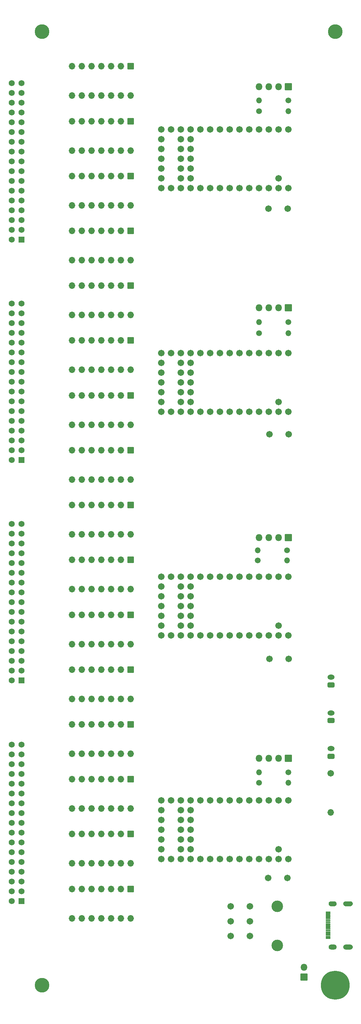
<source format=gbr>
G04 #@! TF.GenerationSoftware,KiCad,Pcbnew,(6.0.4-0)*
G04 #@! TF.CreationDate,2023-02-13T16:27:07-08:00*
G04 #@! TF.ProjectId,widaq-magis-ssr-v2b,77696461-712d-46d6-9167-69732d737372,rev?*
G04 #@! TF.SameCoordinates,Original*
G04 #@! TF.FileFunction,Soldermask,Top*
G04 #@! TF.FilePolarity,Negative*
%FSLAX46Y46*%
G04 Gerber Fmt 4.6, Leading zero omitted, Abs format (unit mm)*
G04 Created by KiCad (PCBNEW (6.0.4-0)) date 2023-02-13 16:27:07*
%MOMM*%
%LPD*%
G01*
G04 APERTURE LIST*
G04 Aperture macros list*
%AMRoundRect*
0 Rectangle with rounded corners*
0 $1 Rounding radius*
0 $2 $3 $4 $5 $6 $7 $8 $9 X,Y pos of 4 corners*
0 Add a 4 corners polygon primitive as box body*
4,1,4,$2,$3,$4,$5,$6,$7,$8,$9,$2,$3,0*
0 Add four circle primitives for the rounded corners*
1,1,$1+$1,$2,$3*
1,1,$1+$1,$4,$5*
1,1,$1+$1,$6,$7*
1,1,$1+$1,$8,$9*
0 Add four rect primitives between the rounded corners*
20,1,$1+$1,$2,$3,$4,$5,0*
20,1,$1+$1,$4,$5,$6,$7,0*
20,1,$1+$1,$6,$7,$8,$9,0*
20,1,$1+$1,$8,$9,$2,$3,0*%
G04 Aperture macros list end*
%ADD10C,0.010000*%
%ADD11RoundRect,0.051000X-0.800000X0.800000X-0.800000X-0.800000X0.800000X-0.800000X0.800000X0.800000X0*%
%ADD12O,1.702000X1.702000*%
%ADD13RoundRect,0.301000X0.625000X-0.350000X0.625000X0.350000X-0.625000X0.350000X-0.625000X-0.350000X0*%
%ADD14O,1.852000X1.302000*%
%ADD15C,3.802000*%
%ADD16RoundRect,0.051000X-0.850000X0.850000X-0.850000X-0.850000X0.850000X-0.850000X0.850000X0.850000X0*%
%ADD17O,1.802000X1.802000*%
%ADD18C,1.502000*%
%ADD19O,1.502000X1.502000*%
%ADD20C,1.702000*%
%ADD21C,3.002000*%
%ADD22RoundRect,0.051000X0.550000X-0.300000X0.550000X0.300000X-0.550000X0.300000X-0.550000X-0.300000X0*%
%ADD23RoundRect,0.051000X0.550000X-0.150000X0.550000X0.150000X-0.550000X0.150000X-0.550000X-0.150000X0*%
%ADD24RoundRect,0.051000X0.850000X0.850000X-0.850000X0.850000X-0.850000X-0.850000X0.850000X-0.850000X0*%
%ADD25RoundRect,0.051000X-0.736600X0.736600X-0.736600X-0.736600X0.736600X-0.736600X0.736600X0.736600X0*%
%ADD26C,1.575200*%
%ADD27C,7.502000*%
%ADD28C,0.902000*%
G04 APERTURE END LIST*
G36*
X342634668Y-327278000D02*
G01*
X342696668Y-327288000D01*
X342756668Y-327304000D01*
X342815668Y-327327000D01*
X342871668Y-327355000D01*
X342924668Y-327390000D01*
X342972668Y-327429000D01*
X343017668Y-327474000D01*
X343056668Y-327522000D01*
X343091668Y-327575000D01*
X343119668Y-327631000D01*
X343142668Y-327690000D01*
X343158668Y-327750000D01*
X343168668Y-327812000D01*
X343171668Y-327875000D01*
X343168668Y-327938000D01*
X343158668Y-328000000D01*
X343142668Y-328060000D01*
X343119668Y-328119000D01*
X343091668Y-328175000D01*
X343056668Y-328228000D01*
X343017668Y-328276000D01*
X342972668Y-328321000D01*
X342924668Y-328360000D01*
X342871668Y-328395000D01*
X342815668Y-328423000D01*
X342756668Y-328446000D01*
X342696668Y-328462000D01*
X342634668Y-328472000D01*
X342571668Y-328475000D01*
X341771668Y-328475000D01*
X341708668Y-328472000D01*
X341646668Y-328462000D01*
X341586668Y-328446000D01*
X341527668Y-328423000D01*
X341471668Y-328395000D01*
X341418668Y-328360000D01*
X341370668Y-328321000D01*
X341325668Y-328276000D01*
X341286668Y-328228000D01*
X341251668Y-328175000D01*
X341223668Y-328119000D01*
X341200668Y-328060000D01*
X341184668Y-328000000D01*
X341174668Y-327938000D01*
X341171668Y-327875000D01*
X341174668Y-327812000D01*
X341184668Y-327750000D01*
X341200668Y-327690000D01*
X341223668Y-327631000D01*
X341251668Y-327575000D01*
X341286668Y-327522000D01*
X341325668Y-327474000D01*
X341370668Y-327429000D01*
X341418668Y-327390000D01*
X341471668Y-327355000D01*
X341527668Y-327327000D01*
X341586668Y-327304000D01*
X341646668Y-327288000D01*
X341708668Y-327278000D01*
X341771668Y-327275000D01*
X342571668Y-327275000D01*
X342634668Y-327278000D01*
G37*
D10*
X342634668Y-327278000D02*
X342696668Y-327288000D01*
X342756668Y-327304000D01*
X342815668Y-327327000D01*
X342871668Y-327355000D01*
X342924668Y-327390000D01*
X342972668Y-327429000D01*
X343017668Y-327474000D01*
X343056668Y-327522000D01*
X343091668Y-327575000D01*
X343119668Y-327631000D01*
X343142668Y-327690000D01*
X343158668Y-327750000D01*
X343168668Y-327812000D01*
X343171668Y-327875000D01*
X343168668Y-327938000D01*
X343158668Y-328000000D01*
X343142668Y-328060000D01*
X343119668Y-328119000D01*
X343091668Y-328175000D01*
X343056668Y-328228000D01*
X343017668Y-328276000D01*
X342972668Y-328321000D01*
X342924668Y-328360000D01*
X342871668Y-328395000D01*
X342815668Y-328423000D01*
X342756668Y-328446000D01*
X342696668Y-328462000D01*
X342634668Y-328472000D01*
X342571668Y-328475000D01*
X341771668Y-328475000D01*
X341708668Y-328472000D01*
X341646668Y-328462000D01*
X341586668Y-328446000D01*
X341527668Y-328423000D01*
X341471668Y-328395000D01*
X341418668Y-328360000D01*
X341370668Y-328321000D01*
X341325668Y-328276000D01*
X341286668Y-328228000D01*
X341251668Y-328175000D01*
X341223668Y-328119000D01*
X341200668Y-328060000D01*
X341184668Y-328000000D01*
X341174668Y-327938000D01*
X341171668Y-327875000D01*
X341174668Y-327812000D01*
X341184668Y-327750000D01*
X341200668Y-327690000D01*
X341223668Y-327631000D01*
X341251668Y-327575000D01*
X341286668Y-327522000D01*
X341325668Y-327474000D01*
X341370668Y-327429000D01*
X341418668Y-327390000D01*
X341471668Y-327355000D01*
X341527668Y-327327000D01*
X341586668Y-327304000D01*
X341646668Y-327288000D01*
X341708668Y-327278000D01*
X341771668Y-327275000D01*
X342571668Y-327275000D01*
X342634668Y-327278000D01*
G36*
X346834668Y-316038000D02*
G01*
X346896668Y-316048000D01*
X346956668Y-316064000D01*
X347015668Y-316087000D01*
X347071668Y-316115000D01*
X347124668Y-316150000D01*
X347172668Y-316189000D01*
X347217668Y-316234000D01*
X347256668Y-316282000D01*
X347291668Y-316335000D01*
X347319668Y-316391000D01*
X347342668Y-316450000D01*
X347358668Y-316510000D01*
X347368668Y-316572000D01*
X347371668Y-316635000D01*
X347368668Y-316698000D01*
X347358668Y-316760000D01*
X347342668Y-316820000D01*
X347319668Y-316879000D01*
X347291668Y-316935000D01*
X347256668Y-316988000D01*
X347217668Y-317036000D01*
X347172668Y-317081000D01*
X347124668Y-317120000D01*
X347071668Y-317155000D01*
X347015668Y-317183000D01*
X346956668Y-317206000D01*
X346896668Y-317222000D01*
X346834668Y-317232000D01*
X346771668Y-317235000D01*
X345571668Y-317235000D01*
X345508668Y-317232000D01*
X345446668Y-317222000D01*
X345386668Y-317206000D01*
X345327668Y-317183000D01*
X345271668Y-317155000D01*
X345218668Y-317120000D01*
X345170668Y-317081000D01*
X345125668Y-317036000D01*
X345086668Y-316988000D01*
X345051668Y-316935000D01*
X345023668Y-316879000D01*
X345000668Y-316820000D01*
X344984668Y-316760000D01*
X344974668Y-316698000D01*
X344971668Y-316635000D01*
X344974668Y-316572000D01*
X344984668Y-316510000D01*
X345000668Y-316450000D01*
X345023668Y-316391000D01*
X345051668Y-316335000D01*
X345086668Y-316282000D01*
X345125668Y-316234000D01*
X345170668Y-316189000D01*
X345218668Y-316150000D01*
X345271668Y-316115000D01*
X345327668Y-316087000D01*
X345386668Y-316064000D01*
X345446668Y-316048000D01*
X345508668Y-316038000D01*
X345571668Y-316035000D01*
X346771668Y-316035000D01*
X346834668Y-316038000D01*
G37*
X346834668Y-316038000D02*
X346896668Y-316048000D01*
X346956668Y-316064000D01*
X347015668Y-316087000D01*
X347071668Y-316115000D01*
X347124668Y-316150000D01*
X347172668Y-316189000D01*
X347217668Y-316234000D01*
X347256668Y-316282000D01*
X347291668Y-316335000D01*
X347319668Y-316391000D01*
X347342668Y-316450000D01*
X347358668Y-316510000D01*
X347368668Y-316572000D01*
X347371668Y-316635000D01*
X347368668Y-316698000D01*
X347358668Y-316760000D01*
X347342668Y-316820000D01*
X347319668Y-316879000D01*
X347291668Y-316935000D01*
X347256668Y-316988000D01*
X347217668Y-317036000D01*
X347172668Y-317081000D01*
X347124668Y-317120000D01*
X347071668Y-317155000D01*
X347015668Y-317183000D01*
X346956668Y-317206000D01*
X346896668Y-317222000D01*
X346834668Y-317232000D01*
X346771668Y-317235000D01*
X345571668Y-317235000D01*
X345508668Y-317232000D01*
X345446668Y-317222000D01*
X345386668Y-317206000D01*
X345327668Y-317183000D01*
X345271668Y-317155000D01*
X345218668Y-317120000D01*
X345170668Y-317081000D01*
X345125668Y-317036000D01*
X345086668Y-316988000D01*
X345051668Y-316935000D01*
X345023668Y-316879000D01*
X345000668Y-316820000D01*
X344984668Y-316760000D01*
X344974668Y-316698000D01*
X344971668Y-316635000D01*
X344974668Y-316572000D01*
X344984668Y-316510000D01*
X345000668Y-316450000D01*
X345023668Y-316391000D01*
X345051668Y-316335000D01*
X345086668Y-316282000D01*
X345125668Y-316234000D01*
X345170668Y-316189000D01*
X345218668Y-316150000D01*
X345271668Y-316115000D01*
X345327668Y-316087000D01*
X345386668Y-316064000D01*
X345446668Y-316048000D01*
X345508668Y-316038000D01*
X345571668Y-316035000D01*
X346771668Y-316035000D01*
X346834668Y-316038000D01*
G36*
X342634668Y-316038000D02*
G01*
X342696668Y-316048000D01*
X342756668Y-316064000D01*
X342815668Y-316087000D01*
X342871668Y-316115000D01*
X342924668Y-316150000D01*
X342972668Y-316189000D01*
X343017668Y-316234000D01*
X343056668Y-316282000D01*
X343091668Y-316335000D01*
X343119668Y-316391000D01*
X343142668Y-316450000D01*
X343158668Y-316510000D01*
X343168668Y-316572000D01*
X343171668Y-316635000D01*
X343168668Y-316698000D01*
X343158668Y-316760000D01*
X343142668Y-316820000D01*
X343119668Y-316879000D01*
X343091668Y-316935000D01*
X343056668Y-316988000D01*
X343017668Y-317036000D01*
X342972668Y-317081000D01*
X342924668Y-317120000D01*
X342871668Y-317155000D01*
X342815668Y-317183000D01*
X342756668Y-317206000D01*
X342696668Y-317222000D01*
X342634668Y-317232000D01*
X342571668Y-317235000D01*
X341771668Y-317235000D01*
X341708668Y-317232000D01*
X341646668Y-317222000D01*
X341586668Y-317206000D01*
X341527668Y-317183000D01*
X341471668Y-317155000D01*
X341418668Y-317120000D01*
X341370668Y-317081000D01*
X341325668Y-317036000D01*
X341286668Y-316988000D01*
X341251668Y-316935000D01*
X341223668Y-316879000D01*
X341200668Y-316820000D01*
X341184668Y-316760000D01*
X341174668Y-316698000D01*
X341171668Y-316635000D01*
X341174668Y-316572000D01*
X341184668Y-316510000D01*
X341200668Y-316450000D01*
X341223668Y-316391000D01*
X341251668Y-316335000D01*
X341286668Y-316282000D01*
X341325668Y-316234000D01*
X341370668Y-316189000D01*
X341418668Y-316150000D01*
X341471668Y-316115000D01*
X341527668Y-316087000D01*
X341586668Y-316064000D01*
X341646668Y-316048000D01*
X341708668Y-316038000D01*
X341771668Y-316035000D01*
X342571668Y-316035000D01*
X342634668Y-316038000D01*
G37*
X342634668Y-316038000D02*
X342696668Y-316048000D01*
X342756668Y-316064000D01*
X342815668Y-316087000D01*
X342871668Y-316115000D01*
X342924668Y-316150000D01*
X342972668Y-316189000D01*
X343017668Y-316234000D01*
X343056668Y-316282000D01*
X343091668Y-316335000D01*
X343119668Y-316391000D01*
X343142668Y-316450000D01*
X343158668Y-316510000D01*
X343168668Y-316572000D01*
X343171668Y-316635000D01*
X343168668Y-316698000D01*
X343158668Y-316760000D01*
X343142668Y-316820000D01*
X343119668Y-316879000D01*
X343091668Y-316935000D01*
X343056668Y-316988000D01*
X343017668Y-317036000D01*
X342972668Y-317081000D01*
X342924668Y-317120000D01*
X342871668Y-317155000D01*
X342815668Y-317183000D01*
X342756668Y-317206000D01*
X342696668Y-317222000D01*
X342634668Y-317232000D01*
X342571668Y-317235000D01*
X341771668Y-317235000D01*
X341708668Y-317232000D01*
X341646668Y-317222000D01*
X341586668Y-317206000D01*
X341527668Y-317183000D01*
X341471668Y-317155000D01*
X341418668Y-317120000D01*
X341370668Y-317081000D01*
X341325668Y-317036000D01*
X341286668Y-316988000D01*
X341251668Y-316935000D01*
X341223668Y-316879000D01*
X341200668Y-316820000D01*
X341184668Y-316760000D01*
X341174668Y-316698000D01*
X341171668Y-316635000D01*
X341174668Y-316572000D01*
X341184668Y-316510000D01*
X341200668Y-316450000D01*
X341223668Y-316391000D01*
X341251668Y-316335000D01*
X341286668Y-316282000D01*
X341325668Y-316234000D01*
X341370668Y-316189000D01*
X341418668Y-316150000D01*
X341471668Y-316115000D01*
X341527668Y-316087000D01*
X341586668Y-316064000D01*
X341646668Y-316048000D01*
X341708668Y-316038000D01*
X341771668Y-316035000D01*
X342571668Y-316035000D01*
X342634668Y-316038000D01*
G36*
X346834668Y-327278000D02*
G01*
X346896668Y-327288000D01*
X346956668Y-327304000D01*
X347015668Y-327327000D01*
X347071668Y-327355000D01*
X347124668Y-327390000D01*
X347172668Y-327429000D01*
X347217668Y-327474000D01*
X347256668Y-327522000D01*
X347291668Y-327575000D01*
X347319668Y-327631000D01*
X347342668Y-327690000D01*
X347358668Y-327750000D01*
X347368668Y-327812000D01*
X347371668Y-327875000D01*
X347368668Y-327938000D01*
X347358668Y-328000000D01*
X347342668Y-328060000D01*
X347319668Y-328119000D01*
X347291668Y-328175000D01*
X347256668Y-328228000D01*
X347217668Y-328276000D01*
X347172668Y-328321000D01*
X347124668Y-328360000D01*
X347071668Y-328395000D01*
X347015668Y-328423000D01*
X346956668Y-328446000D01*
X346896668Y-328462000D01*
X346834668Y-328472000D01*
X346771668Y-328475000D01*
X345571668Y-328475000D01*
X345508668Y-328472000D01*
X345446668Y-328462000D01*
X345386668Y-328446000D01*
X345327668Y-328423000D01*
X345271668Y-328395000D01*
X345218668Y-328360000D01*
X345170668Y-328321000D01*
X345125668Y-328276000D01*
X345086668Y-328228000D01*
X345051668Y-328175000D01*
X345023668Y-328119000D01*
X345000668Y-328060000D01*
X344984668Y-328000000D01*
X344974668Y-327938000D01*
X344971668Y-327875000D01*
X344974668Y-327812000D01*
X344984668Y-327750000D01*
X345000668Y-327690000D01*
X345023668Y-327631000D01*
X345051668Y-327575000D01*
X345086668Y-327522000D01*
X345125668Y-327474000D01*
X345170668Y-327429000D01*
X345218668Y-327390000D01*
X345271668Y-327355000D01*
X345327668Y-327327000D01*
X345386668Y-327304000D01*
X345446668Y-327288000D01*
X345508668Y-327278000D01*
X345571668Y-327275000D01*
X346771668Y-327275000D01*
X346834668Y-327278000D01*
G37*
X346834668Y-327278000D02*
X346896668Y-327288000D01*
X346956668Y-327304000D01*
X347015668Y-327327000D01*
X347071668Y-327355000D01*
X347124668Y-327390000D01*
X347172668Y-327429000D01*
X347217668Y-327474000D01*
X347256668Y-327522000D01*
X347291668Y-327575000D01*
X347319668Y-327631000D01*
X347342668Y-327690000D01*
X347358668Y-327750000D01*
X347368668Y-327812000D01*
X347371668Y-327875000D01*
X347368668Y-327938000D01*
X347358668Y-328000000D01*
X347342668Y-328060000D01*
X347319668Y-328119000D01*
X347291668Y-328175000D01*
X347256668Y-328228000D01*
X347217668Y-328276000D01*
X347172668Y-328321000D01*
X347124668Y-328360000D01*
X347071668Y-328395000D01*
X347015668Y-328423000D01*
X346956668Y-328446000D01*
X346896668Y-328462000D01*
X346834668Y-328472000D01*
X346771668Y-328475000D01*
X345571668Y-328475000D01*
X345508668Y-328472000D01*
X345446668Y-328462000D01*
X345386668Y-328446000D01*
X345327668Y-328423000D01*
X345271668Y-328395000D01*
X345218668Y-328360000D01*
X345170668Y-328321000D01*
X345125668Y-328276000D01*
X345086668Y-328228000D01*
X345051668Y-328175000D01*
X345023668Y-328119000D01*
X345000668Y-328060000D01*
X344984668Y-328000000D01*
X344974668Y-327938000D01*
X344971668Y-327875000D01*
X344974668Y-327812000D01*
X344984668Y-327750000D01*
X345000668Y-327690000D01*
X345023668Y-327631000D01*
X345051668Y-327575000D01*
X345086668Y-327522000D01*
X345125668Y-327474000D01*
X345170668Y-327429000D01*
X345218668Y-327390000D01*
X345271668Y-327355000D01*
X345327668Y-327327000D01*
X345386668Y-327304000D01*
X345446668Y-327288000D01*
X345508668Y-327278000D01*
X345571668Y-327275000D01*
X346771668Y-327275000D01*
X346834668Y-327278000D01*
G36*
X342634668Y-327278000D02*
G01*
X342696668Y-327288000D01*
X342756668Y-327304000D01*
X342815668Y-327327000D01*
X342871668Y-327355000D01*
X342924668Y-327390000D01*
X342972668Y-327429000D01*
X343017668Y-327474000D01*
X343056668Y-327522000D01*
X343091668Y-327575000D01*
X343119668Y-327631000D01*
X343142668Y-327690000D01*
X343158668Y-327750000D01*
X343168668Y-327812000D01*
X343171668Y-327875000D01*
X343168668Y-327938000D01*
X343158668Y-328000000D01*
X343142668Y-328060000D01*
X343119668Y-328119000D01*
X343091668Y-328175000D01*
X343056668Y-328228000D01*
X343017668Y-328276000D01*
X342972668Y-328321000D01*
X342924668Y-328360000D01*
X342871668Y-328395000D01*
X342815668Y-328423000D01*
X342756668Y-328446000D01*
X342696668Y-328462000D01*
X342634668Y-328472000D01*
X342571668Y-328475000D01*
X341771668Y-328475000D01*
X341708668Y-328472000D01*
X341646668Y-328462000D01*
X341586668Y-328446000D01*
X341527668Y-328423000D01*
X341471668Y-328395000D01*
X341418668Y-328360000D01*
X341370668Y-328321000D01*
X341325668Y-328276000D01*
X341286668Y-328228000D01*
X341251668Y-328175000D01*
X341223668Y-328119000D01*
X341200668Y-328060000D01*
X341184668Y-328000000D01*
X341174668Y-327938000D01*
X341171668Y-327875000D01*
X341174668Y-327812000D01*
X341184668Y-327750000D01*
X341200668Y-327690000D01*
X341223668Y-327631000D01*
X341251668Y-327575000D01*
X341286668Y-327522000D01*
X341325668Y-327474000D01*
X341370668Y-327429000D01*
X341418668Y-327390000D01*
X341471668Y-327355000D01*
X341527668Y-327327000D01*
X341586668Y-327304000D01*
X341646668Y-327288000D01*
X341708668Y-327278000D01*
X341771668Y-327275000D01*
X342571668Y-327275000D01*
X342634668Y-327278000D01*
G37*
X342634668Y-327278000D02*
X342696668Y-327288000D01*
X342756668Y-327304000D01*
X342815668Y-327327000D01*
X342871668Y-327355000D01*
X342924668Y-327390000D01*
X342972668Y-327429000D01*
X343017668Y-327474000D01*
X343056668Y-327522000D01*
X343091668Y-327575000D01*
X343119668Y-327631000D01*
X343142668Y-327690000D01*
X343158668Y-327750000D01*
X343168668Y-327812000D01*
X343171668Y-327875000D01*
X343168668Y-327938000D01*
X343158668Y-328000000D01*
X343142668Y-328060000D01*
X343119668Y-328119000D01*
X343091668Y-328175000D01*
X343056668Y-328228000D01*
X343017668Y-328276000D01*
X342972668Y-328321000D01*
X342924668Y-328360000D01*
X342871668Y-328395000D01*
X342815668Y-328423000D01*
X342756668Y-328446000D01*
X342696668Y-328462000D01*
X342634668Y-328472000D01*
X342571668Y-328475000D01*
X341771668Y-328475000D01*
X341708668Y-328472000D01*
X341646668Y-328462000D01*
X341586668Y-328446000D01*
X341527668Y-328423000D01*
X341471668Y-328395000D01*
X341418668Y-328360000D01*
X341370668Y-328321000D01*
X341325668Y-328276000D01*
X341286668Y-328228000D01*
X341251668Y-328175000D01*
X341223668Y-328119000D01*
X341200668Y-328060000D01*
X341184668Y-328000000D01*
X341174668Y-327938000D01*
X341171668Y-327875000D01*
X341174668Y-327812000D01*
X341184668Y-327750000D01*
X341200668Y-327690000D01*
X341223668Y-327631000D01*
X341251668Y-327575000D01*
X341286668Y-327522000D01*
X341325668Y-327474000D01*
X341370668Y-327429000D01*
X341418668Y-327390000D01*
X341471668Y-327355000D01*
X341527668Y-327327000D01*
X341586668Y-327304000D01*
X341646668Y-327288000D01*
X341708668Y-327278000D01*
X341771668Y-327275000D01*
X342571668Y-327275000D01*
X342634668Y-327278000D01*
G36*
X346834668Y-316038000D02*
G01*
X346896668Y-316048000D01*
X346956668Y-316064000D01*
X347015668Y-316087000D01*
X347071668Y-316115000D01*
X347124668Y-316150000D01*
X347172668Y-316189000D01*
X347217668Y-316234000D01*
X347256668Y-316282000D01*
X347291668Y-316335000D01*
X347319668Y-316391000D01*
X347342668Y-316450000D01*
X347358668Y-316510000D01*
X347368668Y-316572000D01*
X347371668Y-316635000D01*
X347368668Y-316698000D01*
X347358668Y-316760000D01*
X347342668Y-316820000D01*
X347319668Y-316879000D01*
X347291668Y-316935000D01*
X347256668Y-316988000D01*
X347217668Y-317036000D01*
X347172668Y-317081000D01*
X347124668Y-317120000D01*
X347071668Y-317155000D01*
X347015668Y-317183000D01*
X346956668Y-317206000D01*
X346896668Y-317222000D01*
X346834668Y-317232000D01*
X346771668Y-317235000D01*
X345571668Y-317235000D01*
X345508668Y-317232000D01*
X345446668Y-317222000D01*
X345386668Y-317206000D01*
X345327668Y-317183000D01*
X345271668Y-317155000D01*
X345218668Y-317120000D01*
X345170668Y-317081000D01*
X345125668Y-317036000D01*
X345086668Y-316988000D01*
X345051668Y-316935000D01*
X345023668Y-316879000D01*
X345000668Y-316820000D01*
X344984668Y-316760000D01*
X344974668Y-316698000D01*
X344971668Y-316635000D01*
X344974668Y-316572000D01*
X344984668Y-316510000D01*
X345000668Y-316450000D01*
X345023668Y-316391000D01*
X345051668Y-316335000D01*
X345086668Y-316282000D01*
X345125668Y-316234000D01*
X345170668Y-316189000D01*
X345218668Y-316150000D01*
X345271668Y-316115000D01*
X345327668Y-316087000D01*
X345386668Y-316064000D01*
X345446668Y-316048000D01*
X345508668Y-316038000D01*
X345571668Y-316035000D01*
X346771668Y-316035000D01*
X346834668Y-316038000D01*
G37*
X346834668Y-316038000D02*
X346896668Y-316048000D01*
X346956668Y-316064000D01*
X347015668Y-316087000D01*
X347071668Y-316115000D01*
X347124668Y-316150000D01*
X347172668Y-316189000D01*
X347217668Y-316234000D01*
X347256668Y-316282000D01*
X347291668Y-316335000D01*
X347319668Y-316391000D01*
X347342668Y-316450000D01*
X347358668Y-316510000D01*
X347368668Y-316572000D01*
X347371668Y-316635000D01*
X347368668Y-316698000D01*
X347358668Y-316760000D01*
X347342668Y-316820000D01*
X347319668Y-316879000D01*
X347291668Y-316935000D01*
X347256668Y-316988000D01*
X347217668Y-317036000D01*
X347172668Y-317081000D01*
X347124668Y-317120000D01*
X347071668Y-317155000D01*
X347015668Y-317183000D01*
X346956668Y-317206000D01*
X346896668Y-317222000D01*
X346834668Y-317232000D01*
X346771668Y-317235000D01*
X345571668Y-317235000D01*
X345508668Y-317232000D01*
X345446668Y-317222000D01*
X345386668Y-317206000D01*
X345327668Y-317183000D01*
X345271668Y-317155000D01*
X345218668Y-317120000D01*
X345170668Y-317081000D01*
X345125668Y-317036000D01*
X345086668Y-316988000D01*
X345051668Y-316935000D01*
X345023668Y-316879000D01*
X345000668Y-316820000D01*
X344984668Y-316760000D01*
X344974668Y-316698000D01*
X344971668Y-316635000D01*
X344974668Y-316572000D01*
X344984668Y-316510000D01*
X345000668Y-316450000D01*
X345023668Y-316391000D01*
X345051668Y-316335000D01*
X345086668Y-316282000D01*
X345125668Y-316234000D01*
X345170668Y-316189000D01*
X345218668Y-316150000D01*
X345271668Y-316115000D01*
X345327668Y-316087000D01*
X345386668Y-316064000D01*
X345446668Y-316048000D01*
X345508668Y-316038000D01*
X345571668Y-316035000D01*
X346771668Y-316035000D01*
X346834668Y-316038000D01*
G36*
X342634668Y-316038000D02*
G01*
X342696668Y-316048000D01*
X342756668Y-316064000D01*
X342815668Y-316087000D01*
X342871668Y-316115000D01*
X342924668Y-316150000D01*
X342972668Y-316189000D01*
X343017668Y-316234000D01*
X343056668Y-316282000D01*
X343091668Y-316335000D01*
X343119668Y-316391000D01*
X343142668Y-316450000D01*
X343158668Y-316510000D01*
X343168668Y-316572000D01*
X343171668Y-316635000D01*
X343168668Y-316698000D01*
X343158668Y-316760000D01*
X343142668Y-316820000D01*
X343119668Y-316879000D01*
X343091668Y-316935000D01*
X343056668Y-316988000D01*
X343017668Y-317036000D01*
X342972668Y-317081000D01*
X342924668Y-317120000D01*
X342871668Y-317155000D01*
X342815668Y-317183000D01*
X342756668Y-317206000D01*
X342696668Y-317222000D01*
X342634668Y-317232000D01*
X342571668Y-317235000D01*
X341771668Y-317235000D01*
X341708668Y-317232000D01*
X341646668Y-317222000D01*
X341586668Y-317206000D01*
X341527668Y-317183000D01*
X341471668Y-317155000D01*
X341418668Y-317120000D01*
X341370668Y-317081000D01*
X341325668Y-317036000D01*
X341286668Y-316988000D01*
X341251668Y-316935000D01*
X341223668Y-316879000D01*
X341200668Y-316820000D01*
X341184668Y-316760000D01*
X341174668Y-316698000D01*
X341171668Y-316635000D01*
X341174668Y-316572000D01*
X341184668Y-316510000D01*
X341200668Y-316450000D01*
X341223668Y-316391000D01*
X341251668Y-316335000D01*
X341286668Y-316282000D01*
X341325668Y-316234000D01*
X341370668Y-316189000D01*
X341418668Y-316150000D01*
X341471668Y-316115000D01*
X341527668Y-316087000D01*
X341586668Y-316064000D01*
X341646668Y-316048000D01*
X341708668Y-316038000D01*
X341771668Y-316035000D01*
X342571668Y-316035000D01*
X342634668Y-316038000D01*
G37*
X342634668Y-316038000D02*
X342696668Y-316048000D01*
X342756668Y-316064000D01*
X342815668Y-316087000D01*
X342871668Y-316115000D01*
X342924668Y-316150000D01*
X342972668Y-316189000D01*
X343017668Y-316234000D01*
X343056668Y-316282000D01*
X343091668Y-316335000D01*
X343119668Y-316391000D01*
X343142668Y-316450000D01*
X343158668Y-316510000D01*
X343168668Y-316572000D01*
X343171668Y-316635000D01*
X343168668Y-316698000D01*
X343158668Y-316760000D01*
X343142668Y-316820000D01*
X343119668Y-316879000D01*
X343091668Y-316935000D01*
X343056668Y-316988000D01*
X343017668Y-317036000D01*
X342972668Y-317081000D01*
X342924668Y-317120000D01*
X342871668Y-317155000D01*
X342815668Y-317183000D01*
X342756668Y-317206000D01*
X342696668Y-317222000D01*
X342634668Y-317232000D01*
X342571668Y-317235000D01*
X341771668Y-317235000D01*
X341708668Y-317232000D01*
X341646668Y-317222000D01*
X341586668Y-317206000D01*
X341527668Y-317183000D01*
X341471668Y-317155000D01*
X341418668Y-317120000D01*
X341370668Y-317081000D01*
X341325668Y-317036000D01*
X341286668Y-316988000D01*
X341251668Y-316935000D01*
X341223668Y-316879000D01*
X341200668Y-316820000D01*
X341184668Y-316760000D01*
X341174668Y-316698000D01*
X341171668Y-316635000D01*
X341174668Y-316572000D01*
X341184668Y-316510000D01*
X341200668Y-316450000D01*
X341223668Y-316391000D01*
X341251668Y-316335000D01*
X341286668Y-316282000D01*
X341325668Y-316234000D01*
X341370668Y-316189000D01*
X341418668Y-316150000D01*
X341471668Y-316115000D01*
X341527668Y-316087000D01*
X341586668Y-316064000D01*
X341646668Y-316048000D01*
X341708668Y-316038000D01*
X341771668Y-316035000D01*
X342571668Y-316035000D01*
X342634668Y-316038000D01*
G36*
X346834668Y-327278000D02*
G01*
X346896668Y-327288000D01*
X346956668Y-327304000D01*
X347015668Y-327327000D01*
X347071668Y-327355000D01*
X347124668Y-327390000D01*
X347172668Y-327429000D01*
X347217668Y-327474000D01*
X347256668Y-327522000D01*
X347291668Y-327575000D01*
X347319668Y-327631000D01*
X347342668Y-327690000D01*
X347358668Y-327750000D01*
X347368668Y-327812000D01*
X347371668Y-327875000D01*
X347368668Y-327938000D01*
X347358668Y-328000000D01*
X347342668Y-328060000D01*
X347319668Y-328119000D01*
X347291668Y-328175000D01*
X347256668Y-328228000D01*
X347217668Y-328276000D01*
X347172668Y-328321000D01*
X347124668Y-328360000D01*
X347071668Y-328395000D01*
X347015668Y-328423000D01*
X346956668Y-328446000D01*
X346896668Y-328462000D01*
X346834668Y-328472000D01*
X346771668Y-328475000D01*
X345571668Y-328475000D01*
X345508668Y-328472000D01*
X345446668Y-328462000D01*
X345386668Y-328446000D01*
X345327668Y-328423000D01*
X345271668Y-328395000D01*
X345218668Y-328360000D01*
X345170668Y-328321000D01*
X345125668Y-328276000D01*
X345086668Y-328228000D01*
X345051668Y-328175000D01*
X345023668Y-328119000D01*
X345000668Y-328060000D01*
X344984668Y-328000000D01*
X344974668Y-327938000D01*
X344971668Y-327875000D01*
X344974668Y-327812000D01*
X344984668Y-327750000D01*
X345000668Y-327690000D01*
X345023668Y-327631000D01*
X345051668Y-327575000D01*
X345086668Y-327522000D01*
X345125668Y-327474000D01*
X345170668Y-327429000D01*
X345218668Y-327390000D01*
X345271668Y-327355000D01*
X345327668Y-327327000D01*
X345386668Y-327304000D01*
X345446668Y-327288000D01*
X345508668Y-327278000D01*
X345571668Y-327275000D01*
X346771668Y-327275000D01*
X346834668Y-327278000D01*
G37*
X346834668Y-327278000D02*
X346896668Y-327288000D01*
X346956668Y-327304000D01*
X347015668Y-327327000D01*
X347071668Y-327355000D01*
X347124668Y-327390000D01*
X347172668Y-327429000D01*
X347217668Y-327474000D01*
X347256668Y-327522000D01*
X347291668Y-327575000D01*
X347319668Y-327631000D01*
X347342668Y-327690000D01*
X347358668Y-327750000D01*
X347368668Y-327812000D01*
X347371668Y-327875000D01*
X347368668Y-327938000D01*
X347358668Y-328000000D01*
X347342668Y-328060000D01*
X347319668Y-328119000D01*
X347291668Y-328175000D01*
X347256668Y-328228000D01*
X347217668Y-328276000D01*
X347172668Y-328321000D01*
X347124668Y-328360000D01*
X347071668Y-328395000D01*
X347015668Y-328423000D01*
X346956668Y-328446000D01*
X346896668Y-328462000D01*
X346834668Y-328472000D01*
X346771668Y-328475000D01*
X345571668Y-328475000D01*
X345508668Y-328472000D01*
X345446668Y-328462000D01*
X345386668Y-328446000D01*
X345327668Y-328423000D01*
X345271668Y-328395000D01*
X345218668Y-328360000D01*
X345170668Y-328321000D01*
X345125668Y-328276000D01*
X345086668Y-328228000D01*
X345051668Y-328175000D01*
X345023668Y-328119000D01*
X345000668Y-328060000D01*
X344984668Y-328000000D01*
X344974668Y-327938000D01*
X344971668Y-327875000D01*
X344974668Y-327812000D01*
X344984668Y-327750000D01*
X345000668Y-327690000D01*
X345023668Y-327631000D01*
X345051668Y-327575000D01*
X345086668Y-327522000D01*
X345125668Y-327474000D01*
X345170668Y-327429000D01*
X345218668Y-327390000D01*
X345271668Y-327355000D01*
X345327668Y-327327000D01*
X345386668Y-327304000D01*
X345446668Y-327288000D01*
X345508668Y-327278000D01*
X345571668Y-327275000D01*
X346771668Y-327275000D01*
X346834668Y-327278000D01*
D11*
X289725000Y-241608332D03*
D12*
X287185000Y-241608332D03*
X284645000Y-241608332D03*
X282105000Y-241608332D03*
X279565000Y-241608332D03*
X277025000Y-241608332D03*
X274485000Y-241608332D03*
X274485000Y-249228332D03*
X277025000Y-249228332D03*
X279565000Y-249228332D03*
X282105000Y-249228332D03*
X284645000Y-249228332D03*
X287185000Y-249228332D03*
X289725000Y-249228332D03*
D11*
X289725000Y-113433338D03*
D12*
X287185000Y-113433338D03*
X284645000Y-113433338D03*
X282105000Y-113433338D03*
X279565000Y-113433338D03*
X277025000Y-113433338D03*
X274485000Y-113433338D03*
X274485000Y-121053338D03*
X277025000Y-121053338D03*
X279565000Y-121053338D03*
X282105000Y-121053338D03*
X284645000Y-121053338D03*
X287185000Y-121053338D03*
X289725000Y-121053338D03*
D11*
X289725000Y-99191672D03*
D12*
X287185000Y-99191672D03*
X284645000Y-99191672D03*
X282105000Y-99191672D03*
X279565000Y-99191672D03*
X277025000Y-99191672D03*
X274485000Y-99191672D03*
X274485000Y-106811672D03*
X277025000Y-106811672D03*
X279565000Y-106811672D03*
X282105000Y-106811672D03*
X284645000Y-106811672D03*
X287185000Y-106811672D03*
X289725000Y-106811672D03*
D11*
X289725000Y-298574996D03*
D12*
X287185000Y-298574996D03*
X284645000Y-298574996D03*
X282105000Y-298574996D03*
X279565000Y-298574996D03*
X277025000Y-298574996D03*
X274485000Y-298574996D03*
X274485000Y-306194996D03*
X277025000Y-306194996D03*
X279565000Y-306194996D03*
X282105000Y-306194996D03*
X284645000Y-306194996D03*
X287185000Y-306194996D03*
X289725000Y-306194996D03*
D11*
X289725000Y-312816672D03*
D12*
X287185000Y-312816672D03*
X284645000Y-312816672D03*
X282105000Y-312816672D03*
X279565000Y-312816672D03*
X277025000Y-312816672D03*
X274485000Y-312816672D03*
X274485000Y-320436672D03*
X277025000Y-320436672D03*
X279565000Y-320436672D03*
X282105000Y-320436672D03*
X284645000Y-320436672D03*
X287185000Y-320436672D03*
X289725000Y-320436672D03*
D13*
X341771668Y-269100000D03*
D14*
X341771668Y-267100000D03*
D15*
X266700000Y-337820000D03*
D16*
X330686668Y-221575000D03*
D17*
X328146668Y-221575000D03*
X325606668Y-221575000D03*
X323066668Y-221575000D03*
D18*
X322776668Y-227525000D03*
D19*
X330396668Y-227525000D03*
D20*
X315686668Y-317370000D03*
X320686668Y-317370000D03*
X315686668Y-325070000D03*
X320686668Y-325070000D03*
D11*
X289725000Y-270091664D03*
D12*
X287185000Y-270091664D03*
X284645000Y-270091664D03*
X282105000Y-270091664D03*
X279565000Y-270091664D03*
X277025000Y-270091664D03*
X274485000Y-270091664D03*
X274485000Y-277711664D03*
X277025000Y-277711664D03*
X279565000Y-277711664D03*
X282105000Y-277711664D03*
X284645000Y-277711664D03*
X287185000Y-277711664D03*
X289725000Y-277711664D03*
D18*
X330736668Y-165575000D03*
D19*
X323116668Y-165575000D03*
D20*
X315686668Y-321220000D03*
X320686668Y-321220000D03*
D11*
X289725000Y-127675004D03*
D12*
X287185000Y-127675004D03*
X284645000Y-127675004D03*
X282105000Y-127675004D03*
X279565000Y-127675004D03*
X277025000Y-127675004D03*
X274485000Y-127675004D03*
X274485000Y-135295004D03*
X277025000Y-135295004D03*
X279565000Y-135295004D03*
X282105000Y-135295004D03*
X284645000Y-135295004D03*
X287185000Y-135295004D03*
X289725000Y-135295004D03*
D16*
X330711668Y-278900000D03*
D17*
X328171668Y-278900000D03*
X325631668Y-278900000D03*
X323091668Y-278900000D03*
D21*
X327875000Y-327530000D03*
X327875000Y-317370000D03*
D18*
X323126668Y-168475000D03*
D19*
X330746668Y-168475000D03*
D11*
X289725000Y-184641668D03*
D12*
X287185000Y-184641668D03*
X284645000Y-184641668D03*
X282105000Y-184641668D03*
X279565000Y-184641668D03*
X277025000Y-184641668D03*
X274485000Y-184641668D03*
X274485000Y-192261668D03*
X277025000Y-192261668D03*
X279565000Y-192261668D03*
X282105000Y-192261668D03*
X284645000Y-192261668D03*
X287185000Y-192261668D03*
X289725000Y-192261668D03*
D20*
X325811668Y-253050000D03*
X330811668Y-253050000D03*
X330711668Y-115555000D03*
X328171668Y-115555000D03*
X325631668Y-115555000D03*
X323091668Y-115555000D03*
X320551668Y-115555000D03*
X318011668Y-115555000D03*
X315471668Y-115555000D03*
X312931668Y-115555000D03*
X310391668Y-115555000D03*
X307851668Y-115555000D03*
X305311668Y-115555000D03*
X302771668Y-115555000D03*
X300231668Y-115555000D03*
X297691668Y-115555000D03*
X297691668Y-118095000D03*
X297691668Y-120635000D03*
X297691668Y-123175000D03*
X297691668Y-125715000D03*
X297691668Y-128255000D03*
X297691668Y-130795000D03*
X300231668Y-130795000D03*
X302771668Y-130795000D03*
X305311668Y-130795000D03*
X307851668Y-130795000D03*
X310391668Y-130795000D03*
X312931668Y-130795000D03*
X315471668Y-130795000D03*
X318011668Y-130795000D03*
X320551668Y-130795000D03*
X323091668Y-130795000D03*
X325631668Y-130795000D03*
X328171668Y-130795000D03*
X330711668Y-130795000D03*
X328171668Y-128255000D03*
X302771668Y-128255000D03*
X305311668Y-128255000D03*
X302771668Y-125715000D03*
X305311668Y-125715000D03*
X302771668Y-123175000D03*
X305311668Y-123175000D03*
X302771668Y-120635000D03*
X305311668Y-120635000D03*
X302771668Y-118095000D03*
X305311668Y-118095000D03*
D22*
X341021668Y-325455000D03*
X341021668Y-324655000D03*
D23*
X341021668Y-323505000D03*
X341021668Y-322505000D03*
X341021668Y-322005000D03*
X341021668Y-321005000D03*
D22*
X341021668Y-319055000D03*
X341021668Y-319855000D03*
D23*
X341021668Y-320505000D03*
X341021668Y-321505000D03*
X341021668Y-323005000D03*
X341021668Y-324005000D03*
D20*
X325486668Y-309975000D03*
X330486668Y-309975000D03*
X325811668Y-194725000D03*
X330811668Y-194725000D03*
D11*
X289725000Y-141916670D03*
D12*
X287185000Y-141916670D03*
X284645000Y-141916670D03*
X282105000Y-141916670D03*
X279565000Y-141916670D03*
X277025000Y-141916670D03*
X274485000Y-141916670D03*
X274485000Y-149536670D03*
X277025000Y-149536670D03*
X279565000Y-149536670D03*
X282105000Y-149536670D03*
X284645000Y-149536670D03*
X287185000Y-149536670D03*
X289725000Y-149536670D03*
D18*
X330751668Y-108050000D03*
D19*
X323131668Y-108050000D03*
D11*
X289725000Y-198883334D03*
D12*
X287185000Y-198883334D03*
X284645000Y-198883334D03*
X282105000Y-198883334D03*
X279565000Y-198883334D03*
X277025000Y-198883334D03*
X274485000Y-198883334D03*
X274485000Y-206503334D03*
X277025000Y-206503334D03*
X279565000Y-206503334D03*
X282105000Y-206503334D03*
X284645000Y-206503334D03*
X287185000Y-206503334D03*
X289725000Y-206503334D03*
D13*
X341771668Y-278375000D03*
D14*
X341771668Y-276375000D03*
D11*
X289725000Y-284333330D03*
D12*
X287185000Y-284333330D03*
X284645000Y-284333330D03*
X282105000Y-284333330D03*
X279565000Y-284333330D03*
X277025000Y-284333330D03*
X274485000Y-284333330D03*
X274485000Y-291953330D03*
X277025000Y-291953330D03*
X279565000Y-291953330D03*
X282105000Y-291953330D03*
X284645000Y-291953330D03*
X287185000Y-291953330D03*
X289725000Y-291953330D03*
D16*
X330711668Y-104450000D03*
D17*
X328171668Y-104450000D03*
X325631668Y-104450000D03*
X323091668Y-104450000D03*
D20*
X330711668Y-289830000D03*
X328171668Y-289830000D03*
X325631668Y-289830000D03*
X323091668Y-289830000D03*
X320551668Y-289830000D03*
X318011668Y-289830000D03*
X315471668Y-289830000D03*
X312931668Y-289830000D03*
X310391668Y-289830000D03*
X307851668Y-289830000D03*
X305311668Y-289830000D03*
X302771668Y-289830000D03*
X300231668Y-289830000D03*
X297691668Y-289830000D03*
X297691668Y-292370000D03*
X297691668Y-294910000D03*
X297691668Y-297450000D03*
X297691668Y-299990000D03*
X297691668Y-302530000D03*
X297691668Y-305070000D03*
X300231668Y-305070000D03*
X302771668Y-305070000D03*
X305311668Y-305070000D03*
X307851668Y-305070000D03*
X310391668Y-305070000D03*
X312931668Y-305070000D03*
X315471668Y-305070000D03*
X318011668Y-305070000D03*
X320551668Y-305070000D03*
X323091668Y-305070000D03*
X325631668Y-305070000D03*
X328171668Y-305070000D03*
X330711668Y-305070000D03*
X328171668Y-302530000D03*
X302771668Y-302530000D03*
X305311668Y-302530000D03*
X302771668Y-299990000D03*
X305311668Y-299990000D03*
X302771668Y-297450000D03*
X305311668Y-297450000D03*
X302771668Y-294910000D03*
X305311668Y-294910000D03*
X302771668Y-292370000D03*
X305311668Y-292370000D03*
D24*
X334750000Y-335750000D03*
D17*
X334750000Y-333210000D03*
D15*
X266700000Y-90170000D03*
D20*
X341761668Y-282770000D03*
D12*
X341761668Y-292930000D03*
D25*
X261345000Y-201445000D03*
D26*
X261345000Y-198905000D03*
X261345000Y-196365000D03*
X261345000Y-193825000D03*
X261345000Y-191285000D03*
X261345000Y-188745000D03*
X261345000Y-186205000D03*
X261345000Y-183665000D03*
X261345000Y-181125000D03*
X261345000Y-178585000D03*
X261345000Y-176045000D03*
X261345000Y-173505000D03*
X261345000Y-170965000D03*
X261345000Y-168425000D03*
X261345000Y-165885000D03*
X261345000Y-163345000D03*
X261345000Y-160805000D03*
X258805000Y-201445000D03*
X258805000Y-198905000D03*
X258805000Y-196365000D03*
X258805000Y-193825000D03*
X258805000Y-191285000D03*
X258805000Y-188745000D03*
X258805000Y-186205000D03*
X258805000Y-183665000D03*
X258805000Y-181125000D03*
X258805000Y-178585000D03*
X258805000Y-176045000D03*
X258805000Y-173505000D03*
X258805000Y-170965000D03*
X258805000Y-168425000D03*
X258805000Y-165885000D03*
X258805000Y-163345000D03*
X258805000Y-160805000D03*
D18*
X330411668Y-224850000D03*
D19*
X322791668Y-224850000D03*
D20*
X330711668Y-173646666D03*
X328171668Y-173646666D03*
X325631668Y-173646666D03*
X323091668Y-173646666D03*
X320551668Y-173646666D03*
X318011668Y-173646666D03*
X315471668Y-173646666D03*
X312931668Y-173646666D03*
X310391668Y-173646666D03*
X307851668Y-173646666D03*
X305311668Y-173646666D03*
X302771668Y-173646666D03*
X300231668Y-173646666D03*
X297691668Y-173646666D03*
X297691668Y-176186666D03*
X297691668Y-178726666D03*
X297691668Y-181266666D03*
X297691668Y-183806666D03*
X297691668Y-186346666D03*
X297691668Y-188886666D03*
X300231668Y-188886666D03*
X302771668Y-188886666D03*
X305311668Y-188886666D03*
X307851668Y-188886666D03*
X310391668Y-188886666D03*
X312931668Y-188886666D03*
X315471668Y-188886666D03*
X318011668Y-188886666D03*
X320551668Y-188886666D03*
X323091668Y-188886666D03*
X325631668Y-188886666D03*
X328171668Y-188886666D03*
X330711668Y-188886666D03*
X328171668Y-186346666D03*
X302771668Y-186346666D03*
X305311668Y-186346666D03*
X302771668Y-183806666D03*
X305311668Y-183806666D03*
X302771668Y-181266666D03*
X305311668Y-181266666D03*
X302771668Y-178726666D03*
X305311668Y-178726666D03*
X302771668Y-176186666D03*
X305311668Y-176186666D03*
D11*
X289725000Y-213125000D03*
D12*
X287185000Y-213125000D03*
X284645000Y-213125000D03*
X282105000Y-213125000D03*
X279565000Y-213125000D03*
X277025000Y-213125000D03*
X274485000Y-213125000D03*
X274485000Y-220745000D03*
X277025000Y-220745000D03*
X279565000Y-220745000D03*
X282105000Y-220745000D03*
X284645000Y-220745000D03*
X287185000Y-220745000D03*
X289725000Y-220745000D03*
D27*
X342900000Y-337820000D03*
D28*
X340125000Y-337820000D03*
X344862221Y-335857779D03*
X340937779Y-335857779D03*
X344862221Y-339782221D03*
X342900000Y-340595000D03*
X345675000Y-337820000D03*
X342900000Y-335045000D03*
X340937779Y-339782221D03*
D18*
X323111668Y-285275000D03*
D19*
X330731668Y-285275000D03*
D20*
X325536668Y-136150000D03*
X330536668Y-136150000D03*
D11*
X289725000Y-255849998D03*
D12*
X287185000Y-255849998D03*
X284645000Y-255849998D03*
X282105000Y-255849998D03*
X279565000Y-255849998D03*
X277025000Y-255849998D03*
X274485000Y-255849998D03*
X274485000Y-263469998D03*
X277025000Y-263469998D03*
X279565000Y-263469998D03*
X282105000Y-263469998D03*
X284645000Y-263469998D03*
X287185000Y-263469998D03*
X289725000Y-263469998D03*
D18*
X330721668Y-282500000D03*
D19*
X323101668Y-282500000D03*
D25*
X261345000Y-144186667D03*
D26*
X261345000Y-141646667D03*
X261345000Y-139106667D03*
X261345000Y-136566667D03*
X261345000Y-134026667D03*
X261345000Y-131486667D03*
X261345000Y-128946667D03*
X261345000Y-126406667D03*
X261345000Y-123866667D03*
X261345000Y-121326667D03*
X261345000Y-118786667D03*
X261345000Y-116246667D03*
X261345000Y-113706667D03*
X261345000Y-111166667D03*
X261345000Y-108626667D03*
X261345000Y-106086667D03*
X261345000Y-103546667D03*
X258805000Y-144186667D03*
X258805000Y-141646667D03*
X258805000Y-139106667D03*
X258805000Y-136566667D03*
X258805000Y-134026667D03*
X258805000Y-131486667D03*
X258805000Y-128946667D03*
X258805000Y-126406667D03*
X258805000Y-123866667D03*
X258805000Y-121326667D03*
X258805000Y-118786667D03*
X258805000Y-116246667D03*
X258805000Y-113706667D03*
X258805000Y-111166667D03*
X258805000Y-108626667D03*
X258805000Y-106086667D03*
X258805000Y-103546667D03*
D13*
X341771668Y-259825000D03*
D14*
X341771668Y-257825000D03*
D18*
X323076668Y-110825000D03*
D19*
X330696668Y-110825000D03*
D11*
X289725000Y-227366666D03*
D12*
X287185000Y-227366666D03*
X284645000Y-227366666D03*
X282105000Y-227366666D03*
X279565000Y-227366666D03*
X277025000Y-227366666D03*
X274485000Y-227366666D03*
X274485000Y-234986666D03*
X277025000Y-234986666D03*
X279565000Y-234986666D03*
X282105000Y-234986666D03*
X284645000Y-234986666D03*
X287185000Y-234986666D03*
X289725000Y-234986666D03*
D25*
X261345000Y-258703333D03*
D26*
X261345000Y-256163333D03*
X261345000Y-253623333D03*
X261345000Y-251083333D03*
X261345000Y-248543333D03*
X261345000Y-246003333D03*
X261345000Y-243463333D03*
X261345000Y-240923333D03*
X261345000Y-238383333D03*
X261345000Y-235843333D03*
X261345000Y-233303333D03*
X261345000Y-230763333D03*
X261345000Y-228223333D03*
X261345000Y-225683333D03*
X261345000Y-223143333D03*
X261345000Y-220603333D03*
X261345000Y-218063333D03*
X258805000Y-258703333D03*
X258805000Y-256163333D03*
X258805000Y-253623333D03*
X258805000Y-251083333D03*
X258805000Y-248543333D03*
X258805000Y-246003333D03*
X258805000Y-243463333D03*
X258805000Y-240923333D03*
X258805000Y-238383333D03*
X258805000Y-235843333D03*
X258805000Y-233303333D03*
X258805000Y-230763333D03*
X258805000Y-228223333D03*
X258805000Y-225683333D03*
X258805000Y-223143333D03*
X258805000Y-220603333D03*
X258805000Y-218063333D03*
D11*
X289725000Y-156158336D03*
D12*
X287185000Y-156158336D03*
X284645000Y-156158336D03*
X282105000Y-156158336D03*
X279565000Y-156158336D03*
X277025000Y-156158336D03*
X274485000Y-156158336D03*
X274485000Y-163778336D03*
X277025000Y-163778336D03*
X279565000Y-163778336D03*
X282105000Y-163778336D03*
X284645000Y-163778336D03*
X287185000Y-163778336D03*
X289725000Y-163778336D03*
D25*
X261345000Y-315961667D03*
D26*
X261345000Y-313421667D03*
X261345000Y-310881667D03*
X261345000Y-308341667D03*
X261345000Y-305801667D03*
X261345000Y-303261667D03*
X261345000Y-300721667D03*
X261345000Y-298181667D03*
X261345000Y-295641667D03*
X261345000Y-293101667D03*
X261345000Y-290561667D03*
X261345000Y-288021667D03*
X261345000Y-285481667D03*
X261345000Y-282941667D03*
X261345000Y-280401667D03*
X261345000Y-277861667D03*
X261345000Y-275321667D03*
X258805000Y-315961667D03*
X258805000Y-313421667D03*
X258805000Y-310881667D03*
X258805000Y-308341667D03*
X258805000Y-305801667D03*
X258805000Y-303261667D03*
X258805000Y-300721667D03*
X258805000Y-298181667D03*
X258805000Y-295641667D03*
X258805000Y-293101667D03*
X258805000Y-290561667D03*
X258805000Y-288021667D03*
X258805000Y-285481667D03*
X258805000Y-282941667D03*
X258805000Y-280401667D03*
X258805000Y-277861667D03*
X258805000Y-275321667D03*
D16*
X330686668Y-161850000D03*
D17*
X328146668Y-161850000D03*
X325606668Y-161850000D03*
X323066668Y-161850000D03*
D20*
X330711668Y-231738332D03*
X328171668Y-231738332D03*
X325631668Y-231738332D03*
X323091668Y-231738332D03*
X320551668Y-231738332D03*
X318011668Y-231738332D03*
X315471668Y-231738332D03*
X312931668Y-231738332D03*
X310391668Y-231738332D03*
X307851668Y-231738332D03*
X305311668Y-231738332D03*
X302771668Y-231738332D03*
X300231668Y-231738332D03*
X297691668Y-231738332D03*
X297691668Y-234278332D03*
X297691668Y-236818332D03*
X297691668Y-239358332D03*
X297691668Y-241898332D03*
X297691668Y-244438332D03*
X297691668Y-246978332D03*
X300231668Y-246978332D03*
X302771668Y-246978332D03*
X305311668Y-246978332D03*
X307851668Y-246978332D03*
X310391668Y-246978332D03*
X312931668Y-246978332D03*
X315471668Y-246978332D03*
X318011668Y-246978332D03*
X320551668Y-246978332D03*
X323091668Y-246978332D03*
X325631668Y-246978332D03*
X328171668Y-246978332D03*
X330711668Y-246978332D03*
X328171668Y-244438332D03*
X302771668Y-244438332D03*
X305311668Y-244438332D03*
X302771668Y-241898332D03*
X305311668Y-241898332D03*
X302771668Y-239358332D03*
X305311668Y-239358332D03*
X302771668Y-236818332D03*
X305311668Y-236818332D03*
X302771668Y-234278332D03*
X305311668Y-234278332D03*
D15*
X342900000Y-90170000D03*
D11*
X289725000Y-170400002D03*
D12*
X287185000Y-170400002D03*
X284645000Y-170400002D03*
X282105000Y-170400002D03*
X279565000Y-170400002D03*
X277025000Y-170400002D03*
X274485000Y-170400002D03*
X274485000Y-178020002D03*
X277025000Y-178020002D03*
X279565000Y-178020002D03*
X282105000Y-178020002D03*
X284645000Y-178020002D03*
X287185000Y-178020002D03*
X289725000Y-178020002D03*
G36*
X340437743Y-324990084D02*
G01*
X340452931Y-325000233D01*
X340471867Y-325004000D01*
X341571469Y-325004000D01*
X341590406Y-325000233D01*
X341605441Y-324990186D01*
X341607436Y-324990055D01*
X341608548Y-324991718D01*
X341608461Y-324992447D01*
X341589566Y-325052788D01*
X341608623Y-325117690D01*
X341608151Y-325119633D01*
X341606232Y-325120197D01*
X341605593Y-325119916D01*
X341590405Y-325109767D01*
X341571469Y-325106000D01*
X340471867Y-325106000D01*
X340452930Y-325109767D01*
X340437895Y-325119814D01*
X340435900Y-325119945D01*
X340434788Y-325118282D01*
X340434875Y-325117553D01*
X340453770Y-325057212D01*
X340434713Y-324992310D01*
X340435185Y-324990367D01*
X340437104Y-324989803D01*
X340437743Y-324990084D01*
G37*
G36*
X340437743Y-324190084D02*
G01*
X340452931Y-324200233D01*
X340471867Y-324204000D01*
X341571469Y-324204000D01*
X341590406Y-324200233D01*
X341605441Y-324190186D01*
X341607436Y-324190055D01*
X341608548Y-324191718D01*
X341608461Y-324192447D01*
X341589566Y-324252788D01*
X341608623Y-324317690D01*
X341608151Y-324319633D01*
X341606232Y-324320197D01*
X341605593Y-324319916D01*
X341590405Y-324309767D01*
X341571469Y-324306000D01*
X340471867Y-324306000D01*
X340452930Y-324309767D01*
X340437895Y-324319814D01*
X340435900Y-324319945D01*
X340434788Y-324318282D01*
X340434875Y-324317553D01*
X340453770Y-324257212D01*
X340434713Y-324192310D01*
X340435185Y-324190367D01*
X340437104Y-324189803D01*
X340437743Y-324190084D01*
G37*
G36*
X340437743Y-323690084D02*
G01*
X340452931Y-323700233D01*
X340471867Y-323704000D01*
X341571469Y-323704000D01*
X341590406Y-323700233D01*
X341605441Y-323690186D01*
X341607436Y-323690055D01*
X341608548Y-323691718D01*
X341608461Y-323692447D01*
X341589566Y-323752788D01*
X341608623Y-323817690D01*
X341608151Y-323819633D01*
X341606232Y-323820197D01*
X341605593Y-323819916D01*
X341590405Y-323809767D01*
X341571469Y-323806000D01*
X340471867Y-323806000D01*
X340452930Y-323809767D01*
X340437895Y-323819814D01*
X340435900Y-323819945D01*
X340434788Y-323818282D01*
X340434875Y-323817553D01*
X340453770Y-323757212D01*
X340434713Y-323692310D01*
X340435185Y-323690367D01*
X340437104Y-323689803D01*
X340437743Y-323690084D01*
G37*
G36*
X340437743Y-323190084D02*
G01*
X340452931Y-323200233D01*
X340471867Y-323204000D01*
X341571469Y-323204000D01*
X341590406Y-323200233D01*
X341605441Y-323190186D01*
X341607436Y-323190055D01*
X341608548Y-323191718D01*
X341608461Y-323192447D01*
X341589566Y-323252788D01*
X341608623Y-323317690D01*
X341608151Y-323319633D01*
X341606232Y-323320197D01*
X341605593Y-323319916D01*
X341590405Y-323309767D01*
X341571469Y-323306000D01*
X340471867Y-323306000D01*
X340452930Y-323309767D01*
X340437895Y-323319814D01*
X340435900Y-323319945D01*
X340434788Y-323318282D01*
X340434875Y-323317553D01*
X340453770Y-323257212D01*
X340434713Y-323192310D01*
X340435185Y-323190367D01*
X340437104Y-323189803D01*
X340437743Y-323190084D01*
G37*
G36*
X340437743Y-322690084D02*
G01*
X340452931Y-322700233D01*
X340471867Y-322704000D01*
X341571469Y-322704000D01*
X341590406Y-322700233D01*
X341605441Y-322690186D01*
X341607436Y-322690055D01*
X341608548Y-322691718D01*
X341608461Y-322692447D01*
X341589566Y-322752788D01*
X341608623Y-322817690D01*
X341608151Y-322819633D01*
X341606232Y-322820197D01*
X341605593Y-322819916D01*
X341590405Y-322809767D01*
X341571469Y-322806000D01*
X340471867Y-322806000D01*
X340452930Y-322809767D01*
X340437895Y-322819814D01*
X340435900Y-322819945D01*
X340434788Y-322818282D01*
X340434875Y-322817553D01*
X340453770Y-322757212D01*
X340434713Y-322692310D01*
X340435185Y-322690367D01*
X340437104Y-322689803D01*
X340437743Y-322690084D01*
G37*
G36*
X340437743Y-322190084D02*
G01*
X340452931Y-322200233D01*
X340471867Y-322204000D01*
X341571469Y-322204000D01*
X341590406Y-322200233D01*
X341605441Y-322190186D01*
X341607436Y-322190055D01*
X341608548Y-322191718D01*
X341608461Y-322192447D01*
X341589566Y-322252788D01*
X341608623Y-322317690D01*
X341608151Y-322319633D01*
X341606232Y-322320197D01*
X341605593Y-322319916D01*
X341590405Y-322309767D01*
X341571469Y-322306000D01*
X340471867Y-322306000D01*
X340452930Y-322309767D01*
X340437895Y-322319814D01*
X340435900Y-322319945D01*
X340434788Y-322318282D01*
X340434875Y-322317553D01*
X340453770Y-322257212D01*
X340434713Y-322192310D01*
X340435185Y-322190367D01*
X340437104Y-322189803D01*
X340437743Y-322190084D01*
G37*
G36*
X340437743Y-321690084D02*
G01*
X340452931Y-321700233D01*
X340471867Y-321704000D01*
X341571469Y-321704000D01*
X341590406Y-321700233D01*
X341605441Y-321690186D01*
X341607436Y-321690055D01*
X341608548Y-321691718D01*
X341608461Y-321692447D01*
X341589566Y-321752788D01*
X341608623Y-321817690D01*
X341608151Y-321819633D01*
X341606232Y-321820197D01*
X341605593Y-321819916D01*
X341590405Y-321809767D01*
X341571469Y-321806000D01*
X340471867Y-321806000D01*
X340452930Y-321809767D01*
X340437895Y-321819814D01*
X340435900Y-321819945D01*
X340434788Y-321818282D01*
X340434875Y-321817553D01*
X340453770Y-321757212D01*
X340434713Y-321692310D01*
X340435185Y-321690367D01*
X340437104Y-321689803D01*
X340437743Y-321690084D01*
G37*
G36*
X340437743Y-321190084D02*
G01*
X340452931Y-321200233D01*
X340471867Y-321204000D01*
X341571469Y-321204000D01*
X341590406Y-321200233D01*
X341605441Y-321190186D01*
X341607436Y-321190055D01*
X341608548Y-321191718D01*
X341608461Y-321192447D01*
X341589566Y-321252788D01*
X341608623Y-321317690D01*
X341608151Y-321319633D01*
X341606232Y-321320197D01*
X341605593Y-321319916D01*
X341590405Y-321309767D01*
X341571469Y-321306000D01*
X340471867Y-321306000D01*
X340452930Y-321309767D01*
X340437895Y-321319814D01*
X340435900Y-321319945D01*
X340434788Y-321318282D01*
X340434875Y-321317553D01*
X340453770Y-321257212D01*
X340434713Y-321192310D01*
X340435185Y-321190367D01*
X340437104Y-321189803D01*
X340437743Y-321190084D01*
G37*
G36*
X340437743Y-320690084D02*
G01*
X340452931Y-320700233D01*
X340471867Y-320704000D01*
X341571469Y-320704000D01*
X341590406Y-320700233D01*
X341605441Y-320690186D01*
X341607436Y-320690055D01*
X341608548Y-320691718D01*
X341608461Y-320692447D01*
X341589566Y-320752788D01*
X341608623Y-320817690D01*
X341608151Y-320819633D01*
X341606232Y-320820197D01*
X341605593Y-320819916D01*
X341590405Y-320809767D01*
X341571469Y-320806000D01*
X340471867Y-320806000D01*
X340452930Y-320809767D01*
X340437895Y-320819814D01*
X340435900Y-320819945D01*
X340434788Y-320818282D01*
X340434875Y-320817553D01*
X340453770Y-320757212D01*
X340434713Y-320692310D01*
X340435185Y-320690367D01*
X340437104Y-320689803D01*
X340437743Y-320690084D01*
G37*
G36*
X340437743Y-320190084D02*
G01*
X340452931Y-320200233D01*
X340471867Y-320204000D01*
X341571469Y-320204000D01*
X341590406Y-320200233D01*
X341605441Y-320190186D01*
X341607436Y-320190055D01*
X341608548Y-320191718D01*
X341608461Y-320192447D01*
X341589566Y-320252788D01*
X341608623Y-320317690D01*
X341608151Y-320319633D01*
X341606232Y-320320197D01*
X341605593Y-320319916D01*
X341590405Y-320309767D01*
X341571469Y-320306000D01*
X340471867Y-320306000D01*
X340452930Y-320309767D01*
X340437895Y-320319814D01*
X340435900Y-320319945D01*
X340434788Y-320318282D01*
X340434875Y-320317553D01*
X340453770Y-320257212D01*
X340434713Y-320192310D01*
X340435185Y-320190367D01*
X340437104Y-320189803D01*
X340437743Y-320190084D01*
G37*
G36*
X340437743Y-319390084D02*
G01*
X340452931Y-319400233D01*
X340471867Y-319404000D01*
X341571469Y-319404000D01*
X341590406Y-319400233D01*
X341605441Y-319390186D01*
X341607436Y-319390055D01*
X341608548Y-319391718D01*
X341608461Y-319392447D01*
X341589566Y-319452788D01*
X341608623Y-319517690D01*
X341608151Y-319519633D01*
X341606232Y-319520197D01*
X341605593Y-319519916D01*
X341590405Y-319509767D01*
X341571469Y-319506000D01*
X340471867Y-319506000D01*
X340452930Y-319509767D01*
X340437895Y-319519814D01*
X340435900Y-319519945D01*
X340434788Y-319518282D01*
X340434875Y-319517553D01*
X340453770Y-319457212D01*
X340434713Y-319392310D01*
X340435185Y-319390367D01*
X340437104Y-319389803D01*
X340437743Y-319390084D01*
G37*
M02*

</source>
